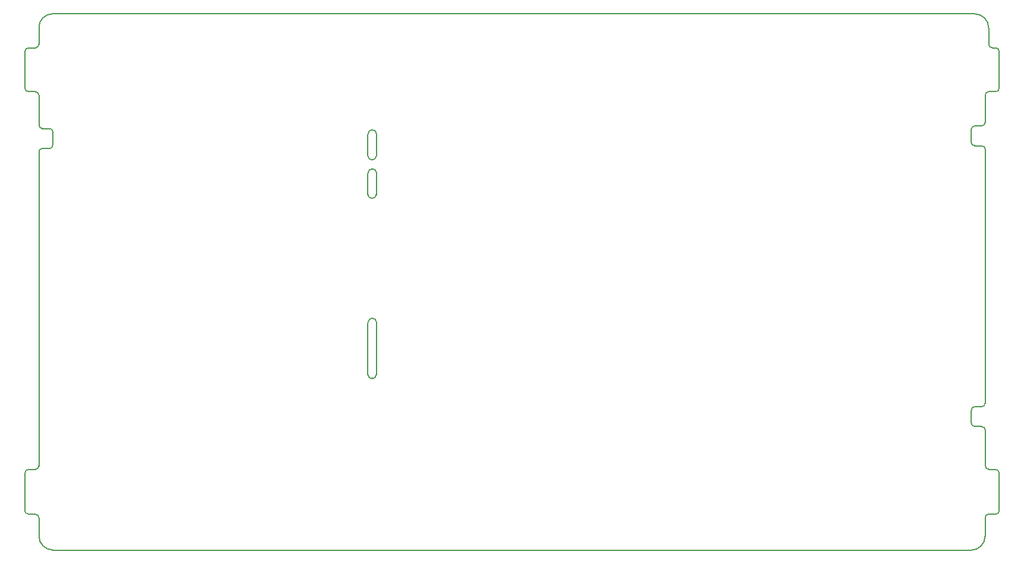
<source format=gko>
%FSTAX23Y23*%
%MOIN*%
%SFA1B1*%

%IPPOS*%
%ADD15C,0.005910*%
%ADD18C,0.005000*%
%ADD104C,0.002500*%
%LN8Â··ÖÇøµçÔ´¹ÜÀíÆ÷pcb-1*%
%LPD*%
G54D15*
X07721Y02098D02*
D01*
D01*
G75*
G03X0777I00024J0D01*
G74*G01*
Y02216D02*
D01*
D01*
G75*
G03X07721I-00024J0D01*
G74*G01*
Y02314D02*
D01*
D01*
G75*
G03X0777I00024J0D01*
G74*G01*
X0777Y01377D02*
D01*
D01*
G75*
G03X07721I-00024J0D01*
G74*G01*
Y01086D02*
D01*
D01*
G75*
G03X0777I00024J0D01*
G74*G01*
X0777Y02435D02*
D01*
D01*
G75*
G03X07721I-00024J0D01*
G74*G01*
Y02094D02*
Y02215D01*
X0777Y02095D02*
Y02216D01*
Y01376D02*
X0777Y01086D01*
X07721D02*
Y01376D01*
Y02435D02*
Y02315D01*
X0777D02*
Y02435D01*
G54D18*
X11205Y03032D02*
D01*
D01*
G75*
G03X11127Y03111I-00078J-0D01*
G74*G01*
X11205Y00301D02*
D01*
D01*
G75*
G03X11186Y00281I0J-00019D01*
G74*G01*
X11245Y00301D02*
D01*
D01*
G75*
G03X11264Y00321I0J00019D01*
G74*G01*
Y00532D02*
D01*
D01*
G75*
G03X11245Y00552I-00019J0D01*
G74*G01*
X11186Y00572D02*
D01*
D01*
G75*
G03X11205Y00552I00019J0D01*
G74*G01*
X11264Y029D02*
D01*
D01*
G75*
G03X11245Y02919I-00019J-0D01*
G74*G01*
X11205Y02939D02*
D01*
D01*
G75*
G03X11225Y02919I00019J-0D01*
G74*G01*
X11107Y00099D02*
D01*
D01*
G75*
G03X11186Y00178I0J00078D01*
G74*G01*
X05953Y03111D02*
D01*
D01*
G75*
G03X05875Y03032I0J-00078D01*
G74*G01*
X05855Y02919D02*
D01*
D01*
G75*
G03X05875Y02939I0J00019D01*
G74*G01*
X05816Y02919D02*
D01*
D01*
G75*
G03X05796Y029I0J-00019D01*
G74*G01*
Y02693D02*
D01*
D01*
G75*
G03X05816Y02673I00019J-0D01*
G74*G01*
X05875Y02653D02*
D01*
D01*
G75*
G03X05855Y02673I-00019J-0D01*
G74*G01*
X05875Y02486D02*
D01*
D01*
G75*
G03X05894Y02466I00019J-0D01*
G74*G01*
X05953Y02447D02*
D01*
D01*
G75*
G03X05934Y02466I-00019J-0D01*
G74*G01*
X05875Y00281D02*
D01*
D01*
G75*
G03X05855Y00301I-00019J0D01*
G74*G01*
Y00552D02*
D01*
D01*
G75*
G03X05875Y00572I0J00019D01*
G74*G01*
X05934Y02354D02*
D01*
D01*
G75*
G03X05953Y02374I0J00019D01*
G74*G01*
X05894Y02354D02*
D01*
D01*
G75*
G03X05875Y02335I0J-00019D01*
G74*G01*
X05816Y00552D02*
D01*
D01*
G75*
G03X05796Y00532I0J-00019D01*
G74*G01*
Y00321D02*
D01*
D01*
G75*
G03X05816Y00301I00019J0D01*
G74*G01*
X05875Y00178D02*
D01*
D01*
G75*
G03X05953Y00099I00078J-0D01*
G74*G01*
X11186Y0235D02*
D01*
D01*
G75*
G03X11166Y02369I-00019J-0D01*
G74*G01*
X11107Y02389D02*
D01*
D01*
G75*
G03X11127Y02369I00019J-0D01*
G74*G01*
Y02481D02*
D01*
D01*
G75*
G03X11107Y02462I-0J-00019D01*
G74*G01*
X11166Y02481D02*
D01*
D01*
G75*
G03X11186Y02501I0J00019D01*
G74*G01*
X11205Y02673D02*
D01*
D01*
G75*
G03X11186Y02653I0J-00019D01*
G74*G01*
X11245Y02673D02*
D01*
D01*
G75*
G03X11264Y02693I0J00019D01*
G74*G01*
X11107Y00813D02*
D01*
D01*
G75*
G03X11127Y00793I00019J-0D01*
G74*G01*
Y00905D02*
D01*
D01*
G75*
G03X11107Y00885I0J-00019D01*
G74*G01*
X11166Y00905D02*
D01*
D01*
G75*
G03X11186Y00925I0J00019D01*
G74*G01*
X11186Y00773D02*
D01*
D01*
G75*
G03X11166Y00793I-00019J-0D01*
G74*G01*
X11186Y00925D02*
Y0235D01*
X11186Y00572D02*
Y00773D01*
X11205Y00552D02*
X11245D01*
X11264Y02693D02*
Y029D01*
Y00321D02*
Y00532D01*
X11225Y02919D02*
X11245D01*
X11205Y00301D02*
X11245D01*
X11205Y02939D02*
Y03032D01*
X11186Y00178D02*
Y00281D01*
X05875Y02939D02*
Y03032D01*
Y00178D02*
Y00281D01*
X05816Y02919D02*
X05855D01*
X05816Y00301D02*
X05855D01*
X05796Y02693D02*
Y029D01*
Y00321D02*
Y00532D01*
X05816Y02673D02*
X05855D01*
X05816Y00552D02*
X05855D01*
X05875Y02486D02*
Y02653D01*
Y00572D02*
Y02335D01*
X05894Y02466D02*
X05934D01*
X05894Y02354D02*
X05934D01*
X05953Y02374D02*
Y02447D01*
Y03111D02*
X11127D01*
X05953Y00099D02*
X11107D01*
Y02389D02*
Y02462D01*
X11127Y02369D02*
X11166D01*
X11127Y02481D02*
X11166D01*
X11186Y02501D02*
Y02653D01*
X11205Y02673D02*
X11245D01*
X11107Y00813D02*
Y00885D01*
X11127Y00793D02*
X11166D01*
X11127Y00905D02*
X11166D01*
G54D104*
X11187Y00232D02*
D01*
D01*
G75*
G03X11184I-00001J0D01*
G74*G01*
D01*
G75*
G03X11187I00001J0D01*
G74*G01*
M02*
</source>
